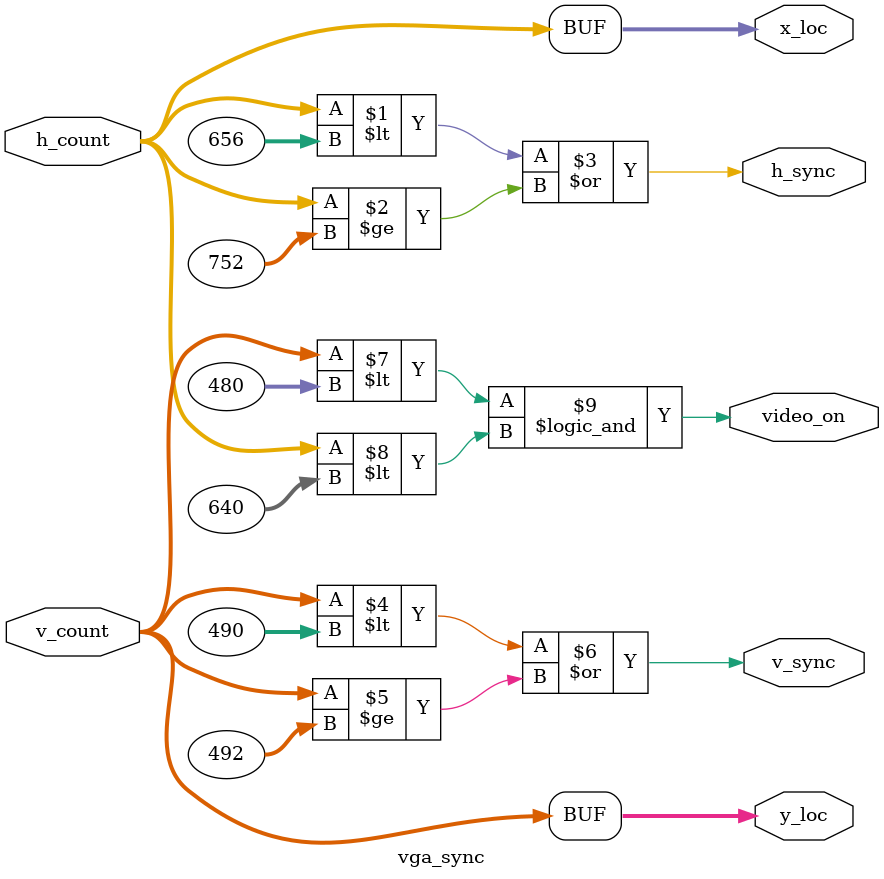
<source format=v>
`timescale 1ns / 1ps


module vga_sync(
    input [9:0] h_count,
    input [9:0] v_count,
    output h_sync,
    output v_sync,
    output video_on,
    output [9:0] x_loc,
    output [9:0] y_loc
    );
    
    localparam HD = 640;
  localparam HF = 16;
  localparam HB = 48;
  localparam HR = 96;
  
  localparam VD = 480;
  localparam VF = 10;
  localparam VB = 33;
  localparam VR = 2;
  
  assign x_loc = h_count;
  assign y_loc = v_count;
  
  assign h_sync = (h_count < HD + HF) | (h_count  >= HD + HR + HF);
  
  assign v_sync = (v_count < VD + VF) | (v_count >= VD + VF + VR);
  
  assign video_on = (v_count < VD) && (h_count < HD);
    
endmodule

</source>
